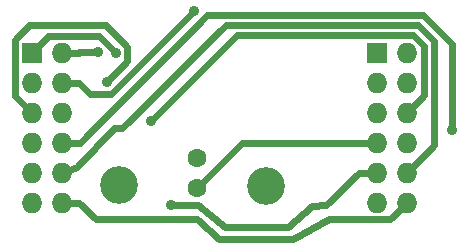
<source format=gbr>
%FSLAX46Y46*%
G04 Gerber Fmt 4.6, Leading zero omitted, Abs format (unit mm)*
G04 Created by KiCad (PCBNEW (2014-08-21 BZR 5087)-product) date Dom 15 Mar 2015 17:53:44 WET*
%MOMM*%
G01*
G04 APERTURE LIST*
%ADD10C,0.100000*%
%ADD11R,1.727200X1.727200*%
%ADD12O,1.727200X1.727200*%
%ADD13C,1.600000*%
%ADD14C,3.200000*%
%ADD15C,0.889000*%
%ADD16C,0.600000*%
G04 APERTURE END LIST*
D10*
D11*
X161290000Y-97790000D03*
D12*
X163830000Y-97790000D03*
X161290000Y-100330000D03*
X163830000Y-100330000D03*
X161290000Y-102870000D03*
X163830000Y-102870000D03*
X161290000Y-105410000D03*
X163830000Y-105410000D03*
X161290000Y-107950000D03*
X163830000Y-107950000D03*
X161290000Y-110490000D03*
X163830000Y-110490000D03*
D11*
X132080000Y-97790000D03*
D12*
X134620000Y-97790000D03*
X132080000Y-100330000D03*
X134620000Y-100330000D03*
X132080000Y-102870000D03*
X134620000Y-102870000D03*
X132080000Y-105410000D03*
X134620000Y-105410000D03*
X132080000Y-107950000D03*
X134620000Y-107950000D03*
X132080000Y-110490000D03*
X134620000Y-110490000D03*
D13*
X146050000Y-106680000D03*
X146050000Y-109220000D03*
D14*
X139446000Y-108966000D03*
X151892000Y-109093000D03*
D15*
X143888300Y-110734300D03*
X137741400Y-97765000D03*
X145827500Y-94280800D03*
X142182400Y-103600000D03*
X167640000Y-104346000D03*
X139185300Y-97790000D03*
X138453000Y-100242800D03*
D16*
X157042100Y-110734300D02*
X155829000Y-110744000D01*
X155829000Y-110744000D02*
X153797000Y-112522000D01*
X153797000Y-112522000D02*
X148463000Y-112522000D01*
X148463000Y-112522000D02*
X146177000Y-110734300D01*
X146177000Y-110734300D02*
X143888300Y-110734300D01*
X159826400Y-107950000D02*
X157042100Y-110734300D01*
X161290000Y-107950000D02*
X159826400Y-107950000D01*
X136108600Y-97765000D02*
X136083600Y-97790000D01*
X137741400Y-97765000D02*
X136108600Y-97765000D01*
X134620000Y-97790000D02*
X136083600Y-97790000D01*
X134620000Y-100330000D02*
X136083600Y-100330000D01*
X137025200Y-101271600D02*
X136083600Y-100330000D01*
X138836700Y-101271600D02*
X137025200Y-101271600D01*
X145827500Y-94280800D02*
X138836700Y-101271600D01*
X149448300Y-96334100D02*
X142182400Y-103600000D01*
X164410100Y-96334100D02*
X149448300Y-96334100D01*
X165276900Y-97200900D02*
X164410100Y-96334100D01*
X165276900Y-101423100D02*
X165276900Y-97200900D01*
X163830000Y-102870000D02*
X165276900Y-101423100D01*
X167640000Y-97049000D02*
X167640000Y-104346000D01*
X165211000Y-94620000D02*
X167640000Y-97049000D01*
X146967600Y-94620000D02*
X165211000Y-94620000D01*
X136177600Y-105410000D02*
X146967600Y-94620000D01*
X134620000Y-105410000D02*
X136177600Y-105410000D01*
X148554300Y-95479300D02*
X139700000Y-104140000D01*
X164807100Y-95479300D02*
X148554300Y-95479300D01*
X166166900Y-96839100D02*
X164807100Y-95479300D01*
X166166900Y-105613100D02*
X166166900Y-96839100D01*
X163830000Y-107950000D02*
X166166900Y-105613100D01*
X134620000Y-107950000D02*
X135944193Y-107462078D01*
X135944193Y-107462078D02*
X139065000Y-104140000D01*
X139065000Y-104140000D02*
X139700000Y-104140000D01*
X137514900Y-111921300D02*
X136083600Y-110490000D01*
X162398700Y-111921300D02*
X157226000Y-111887000D01*
X157226000Y-111887000D02*
X154178000Y-113538000D01*
X154178000Y-113538000D02*
X147955000Y-113538000D01*
X147955000Y-113538000D02*
X146050000Y-111921300D01*
X146050000Y-111921300D02*
X137514900Y-111921300D01*
X163830000Y-110490000D02*
X162398700Y-111921300D01*
X134620000Y-110490000D02*
X136083600Y-110490000D01*
X137756900Y-96361600D02*
X139185300Y-97790000D01*
X133508400Y-96361600D02*
X137756900Y-96361600D01*
X132080000Y-97790000D02*
X133508400Y-96361600D01*
X140191900Y-98503900D02*
X138453000Y-100242800D01*
X140191900Y-97341100D02*
X140191900Y-98503900D01*
X138340300Y-95489500D02*
X140191900Y-97341100D01*
X131845600Y-95489500D02*
X138340300Y-95489500D01*
X130649100Y-96686000D02*
X131845600Y-95489500D01*
X130649100Y-101439100D02*
X130649100Y-96686000D01*
X132080000Y-102870000D02*
X130649100Y-101439100D01*
X149860000Y-105410000D02*
X161290000Y-105410000D01*
X146050000Y-109220000D02*
X149860000Y-105410000D01*
M02*

</source>
